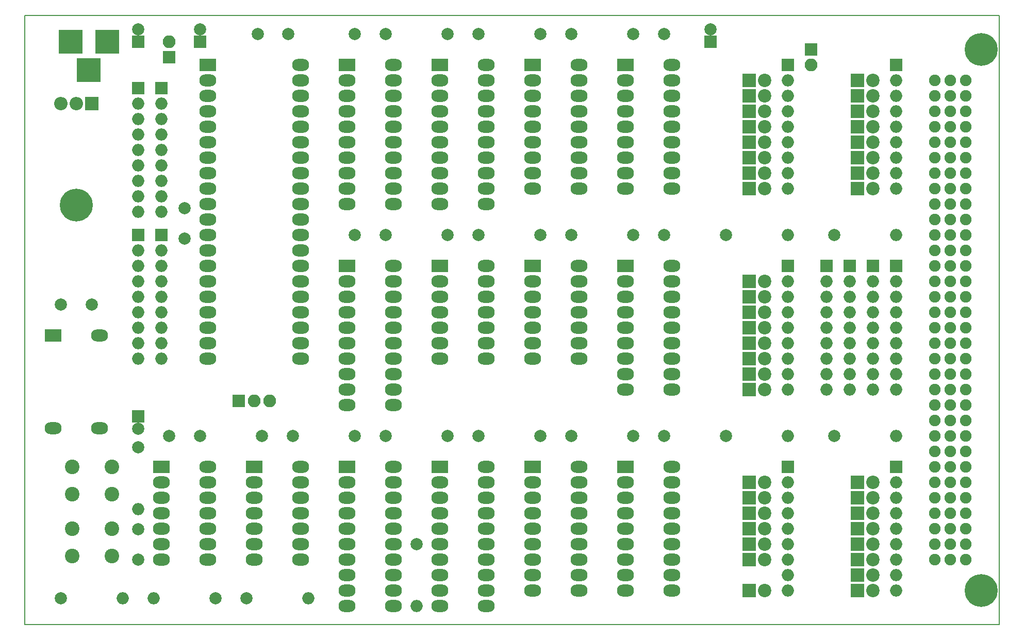
<source format=gbr>
G04 #@! TF.FileFunction,Soldermask,Bot*
%FSLAX46Y46*%
G04 Gerber Fmt 4.6, Leading zero omitted, Abs format (unit mm)*
G04 Created by KiCad (PCBNEW 4.0.7) date Sat Mar 24 13:18:22 2018*
%MOMM*%
%LPD*%
G01*
G04 APERTURE LIST*
%ADD10C,0.100000*%
%ADD11C,0.150000*%
%ADD12R,2.800000X2.000000*%
%ADD13O,2.800000X2.000000*%
%ADD14C,2.400000*%
%ADD15C,2.000000*%
%ADD16R,2.000000X2.000000*%
%ADD17R,2.200000X2.200000*%
%ADD18C,2.200000*%
%ADD19R,3.900000X3.900000*%
%ADD20C,1.901140*%
%ADD21C,5.400000*%
%ADD22O,2.000000X2.000000*%
%ADD23R,2.100000X2.100000*%
%ADD24O,2.100000X2.100000*%
%ADD25O,2.200000X2.200000*%
G04 APERTURE END LIST*
D10*
D11*
X0Y-100000000D02*
X0Y0D01*
X160000000Y-100000000D02*
X0Y-100000000D01*
X160000000Y0D02*
X160000000Y-100000000D01*
X0Y0D02*
X160000000Y0D01*
D12*
X52860000Y-74130000D03*
D13*
X60480000Y-96990000D03*
X52860000Y-76670000D03*
X60480000Y-94450000D03*
X52860000Y-79210000D03*
X60480000Y-91910000D03*
X52860000Y-81750000D03*
X60480000Y-89370000D03*
X52860000Y-84290000D03*
X60480000Y-86830000D03*
X52860000Y-86830000D03*
X60480000Y-84290000D03*
X52860000Y-89370000D03*
X60480000Y-81750000D03*
X52860000Y-91910000D03*
X60480000Y-79210000D03*
X52860000Y-94450000D03*
X60480000Y-76670000D03*
X52860000Y-96990000D03*
X60480000Y-74130000D03*
D14*
X7775000Y-88790000D03*
X7775000Y-84290000D03*
X14275000Y-88790000D03*
X14275000Y-84290000D03*
D12*
X4600000Y-52540000D03*
D13*
X12220000Y-67780000D03*
X4600000Y-67780000D03*
X12220000Y-52540000D03*
D15*
X104930000Y-69050000D03*
X99930000Y-69050000D03*
X89690000Y-69050000D03*
X84690000Y-69050000D03*
X74450000Y-36030000D03*
X69450000Y-36030000D03*
X89690000Y-3010000D03*
X84690000Y-3010000D03*
X104930000Y-3010000D03*
X99930000Y-3010000D03*
X104930000Y-36030000D03*
X99930000Y-36030000D03*
X89690000Y-36030000D03*
X84690000Y-36030000D03*
D16*
X18570000Y-4280000D03*
D15*
X18570000Y-2280000D03*
D16*
X28730000Y-4280000D03*
D15*
X28730000Y-2280000D03*
X38255000Y-3010000D03*
X43255000Y-3010000D03*
X26190000Y-36665000D03*
X26190000Y-31665000D03*
X59210000Y-69050000D03*
X54210000Y-69050000D03*
D16*
X18570000Y-65875000D03*
D15*
X18570000Y-67875000D03*
X43970000Y-69050000D03*
X38970000Y-69050000D03*
X18570000Y-89370000D03*
X18570000Y-84370000D03*
X74450000Y-69050000D03*
X69450000Y-69050000D03*
X59210000Y-3010000D03*
X54210000Y-3010000D03*
X74450000Y-3010000D03*
X69450000Y-3010000D03*
X59210000Y-36030000D03*
X54210000Y-36030000D03*
X10950000Y-47460000D03*
X5950000Y-47460000D03*
X28730000Y-69050000D03*
X23730000Y-69050000D03*
D17*
X136680000Y-76670000D03*
D18*
X139220000Y-76670000D03*
D17*
X136680000Y-79210000D03*
D18*
X139220000Y-79210000D03*
D17*
X136680000Y-81750000D03*
D18*
X139220000Y-81750000D03*
D17*
X136680000Y-84290000D03*
D18*
X139220000Y-84290000D03*
D17*
X136680000Y-86830000D03*
D18*
X139220000Y-86830000D03*
D17*
X136680000Y-89370000D03*
D18*
X139220000Y-89370000D03*
D17*
X136680000Y-91910000D03*
D18*
X139220000Y-91910000D03*
D17*
X136680000Y-94450000D03*
D18*
X139220000Y-94450000D03*
D17*
X118900000Y-76670000D03*
D18*
X121440000Y-76670000D03*
D17*
X118900000Y-79210000D03*
D18*
X121440000Y-79210000D03*
D17*
X118900000Y-81750000D03*
D18*
X121440000Y-81750000D03*
D17*
X118900000Y-84290000D03*
D18*
X121440000Y-84290000D03*
D17*
X118900000Y-86830000D03*
D18*
X121440000Y-86830000D03*
D17*
X118900000Y-89370000D03*
D18*
X121440000Y-89370000D03*
D17*
X118900000Y-10630000D03*
D18*
X121440000Y-10630000D03*
D17*
X118900000Y-13170000D03*
D18*
X121440000Y-13170000D03*
D17*
X118900000Y-15710000D03*
D18*
X121440000Y-15710000D03*
D17*
X118900000Y-18250000D03*
D18*
X121440000Y-18250000D03*
D17*
X118900000Y-20790000D03*
D18*
X121440000Y-20790000D03*
D17*
X118900000Y-23330000D03*
D18*
X121440000Y-23330000D03*
D17*
X118900000Y-25870000D03*
D18*
X121440000Y-25870000D03*
D17*
X118900000Y-28410000D03*
D18*
X121440000Y-28410000D03*
D17*
X136680000Y-10630000D03*
D18*
X139220000Y-10630000D03*
D17*
X136680000Y-13170000D03*
D18*
X139220000Y-13170000D03*
D17*
X136680000Y-15710000D03*
D18*
X139220000Y-15710000D03*
D17*
X136680000Y-18250000D03*
D18*
X139220000Y-18250000D03*
D17*
X136680000Y-20790000D03*
D18*
X139220000Y-20790000D03*
D17*
X136680000Y-23330000D03*
D18*
X139220000Y-23330000D03*
D17*
X136680000Y-25870000D03*
D18*
X139220000Y-25870000D03*
D17*
X136680000Y-28410000D03*
D18*
X139220000Y-28410000D03*
D17*
X118900000Y-43650000D03*
D18*
X121440000Y-43650000D03*
D17*
X118900000Y-46190000D03*
D18*
X121440000Y-46190000D03*
D17*
X118900000Y-48730000D03*
D18*
X121440000Y-48730000D03*
D17*
X118900000Y-51270000D03*
D18*
X121440000Y-51270000D03*
D17*
X118900000Y-53810000D03*
D18*
X121440000Y-53810000D03*
D17*
X118900000Y-56350000D03*
D18*
X121440000Y-56350000D03*
D17*
X118900000Y-58890000D03*
D18*
X121440000Y-58890000D03*
D17*
X118900000Y-61430000D03*
D18*
X121440000Y-61430000D03*
D19*
X13490000Y-4280000D03*
X7490000Y-4280000D03*
X10490000Y-8980000D03*
D20*
X154460000Y-10630000D03*
X154460000Y-13170000D03*
X154460000Y-18250000D03*
X154460000Y-15710000D03*
X154460000Y-20790000D03*
X154460000Y-23330000D03*
X154460000Y-25870000D03*
X154460000Y-28410000D03*
X154460000Y-30950000D03*
X154460000Y-33490000D03*
X154460000Y-36030000D03*
X154460000Y-38570000D03*
X154460000Y-41110000D03*
X154460000Y-43650000D03*
X154460000Y-46190000D03*
X154460000Y-48730000D03*
X154460000Y-51270000D03*
X154460000Y-53810000D03*
X154460000Y-56350000D03*
X154460000Y-58890000D03*
X154460000Y-61430000D03*
X154460000Y-63970000D03*
X154460000Y-66510000D03*
X154460000Y-69050000D03*
X154460000Y-71590000D03*
X154460000Y-74130000D03*
X154460000Y-76670000D03*
X154460000Y-79210000D03*
X154460000Y-81750000D03*
X154460000Y-84290000D03*
X154460000Y-86830000D03*
X154460000Y-89370000D03*
X151920000Y-89370000D03*
X151920000Y-86830000D03*
X151920000Y-84290000D03*
X151920000Y-81750000D03*
X151920000Y-79210000D03*
X151920000Y-76670000D03*
X151920000Y-74130000D03*
X151920000Y-71590000D03*
X151920000Y-69050000D03*
X151920000Y-66510000D03*
X151920000Y-63970000D03*
X151920000Y-61430000D03*
X151920000Y-58890000D03*
X151920000Y-56350000D03*
X151920000Y-53810000D03*
X151920000Y-51270000D03*
X151920000Y-48730000D03*
X151920000Y-46190000D03*
X151920000Y-43650000D03*
X151920000Y-41110000D03*
X151920000Y-38570000D03*
X151920000Y-36030000D03*
X151920000Y-33490000D03*
X151920000Y-30950000D03*
X151920000Y-28410000D03*
X151920000Y-25870000D03*
X151920000Y-23330000D03*
X151920000Y-20790000D03*
X151920000Y-15710000D03*
X151920000Y-18250000D03*
X151920000Y-13170000D03*
X151920000Y-10630000D03*
X149380000Y-10630000D03*
X149380000Y-13170000D03*
X149380000Y-18250000D03*
X149380000Y-15710000D03*
X149380000Y-20790000D03*
X149380000Y-23330000D03*
X149380000Y-25870000D03*
X149380000Y-28410000D03*
X149380000Y-30950000D03*
X149380000Y-33490000D03*
X149380000Y-36030000D03*
X149380000Y-38570000D03*
X149380000Y-41110000D03*
X149380000Y-43650000D03*
X149380000Y-46190000D03*
X149380000Y-48730000D03*
X149380000Y-51270000D03*
X149380000Y-53810000D03*
X149380000Y-56350000D03*
X149380000Y-58890000D03*
X149380000Y-61430000D03*
X149380000Y-63970000D03*
X149380000Y-66510000D03*
X149380000Y-69050000D03*
X149380000Y-71590000D03*
X149380000Y-74130000D03*
X149380000Y-76670000D03*
X149380000Y-79210000D03*
X149380000Y-81750000D03*
X149380000Y-84290000D03*
X149380000Y-86830000D03*
X149380000Y-89370000D03*
D21*
X157000000Y-94450000D03*
X157000000Y-5550000D03*
D15*
X115090000Y-36030000D03*
D22*
X125250000Y-36030000D03*
D15*
X132870000Y-69050000D03*
D22*
X143030000Y-69050000D03*
D15*
X115090000Y-69050000D03*
D22*
X125250000Y-69050000D03*
D15*
X132870000Y-36030000D03*
D22*
X143030000Y-36030000D03*
D15*
X18570000Y-70955000D03*
D22*
X18570000Y-81115000D03*
D15*
X31270000Y-95720000D03*
D22*
X21110000Y-95720000D03*
D15*
X36350000Y-95720000D03*
D22*
X46510000Y-95720000D03*
D15*
X5870000Y-95720000D03*
D22*
X16030000Y-95720000D03*
D14*
X7775000Y-78630000D03*
X7775000Y-74130000D03*
X14275000Y-78630000D03*
X14275000Y-74130000D03*
D12*
X83340000Y-41110000D03*
D13*
X90960000Y-56350000D03*
X83340000Y-43650000D03*
X90960000Y-53810000D03*
X83340000Y-46190000D03*
X90960000Y-51270000D03*
X83340000Y-48730000D03*
X90960000Y-48730000D03*
X83340000Y-51270000D03*
X90960000Y-46190000D03*
X83340000Y-53810000D03*
X90960000Y-43650000D03*
X83340000Y-56350000D03*
X90960000Y-41110000D03*
D12*
X98580000Y-74130000D03*
D13*
X106200000Y-94450000D03*
X98580000Y-76670000D03*
X106200000Y-91910000D03*
X98580000Y-79210000D03*
X106200000Y-89370000D03*
X98580000Y-81750000D03*
X106200000Y-86830000D03*
X98580000Y-84290000D03*
X106200000Y-84290000D03*
X98580000Y-86830000D03*
X106200000Y-81750000D03*
X98580000Y-89370000D03*
X106200000Y-79210000D03*
X98580000Y-91910000D03*
X106200000Y-76670000D03*
X98580000Y-94450000D03*
X106200000Y-74130000D03*
D12*
X68100000Y-41110000D03*
D13*
X75720000Y-56350000D03*
X68100000Y-43650000D03*
X75720000Y-53810000D03*
X68100000Y-46190000D03*
X75720000Y-51270000D03*
X68100000Y-48730000D03*
X75720000Y-48730000D03*
X68100000Y-51270000D03*
X75720000Y-46190000D03*
X68100000Y-53810000D03*
X75720000Y-43650000D03*
X68100000Y-56350000D03*
X75720000Y-41110000D03*
D12*
X83340000Y-74130000D03*
D13*
X90960000Y-94450000D03*
X83340000Y-76670000D03*
X90960000Y-91910000D03*
X83340000Y-79210000D03*
X90960000Y-89370000D03*
X83340000Y-81750000D03*
X90960000Y-86830000D03*
X83340000Y-84290000D03*
X90960000Y-84290000D03*
X83340000Y-86830000D03*
X90960000Y-81750000D03*
X83340000Y-89370000D03*
X90960000Y-79210000D03*
X83340000Y-91910000D03*
X90960000Y-76670000D03*
X83340000Y-94450000D03*
X90960000Y-74130000D03*
D12*
X83340000Y-8090000D03*
D13*
X90960000Y-28410000D03*
X83340000Y-10630000D03*
X90960000Y-25870000D03*
X83340000Y-13170000D03*
X90960000Y-23330000D03*
X83340000Y-15710000D03*
X90960000Y-20790000D03*
X83340000Y-18250000D03*
X90960000Y-18250000D03*
X83340000Y-20790000D03*
X90960000Y-15710000D03*
X83340000Y-23330000D03*
X90960000Y-13170000D03*
X83340000Y-25870000D03*
X90960000Y-10630000D03*
X83340000Y-28410000D03*
X90960000Y-8090000D03*
D12*
X98580000Y-8090000D03*
D13*
X106200000Y-28410000D03*
X98580000Y-10630000D03*
X106200000Y-25870000D03*
X98580000Y-13170000D03*
X106200000Y-23330000D03*
X98580000Y-15710000D03*
X106200000Y-20790000D03*
X98580000Y-18250000D03*
X106200000Y-18250000D03*
X98580000Y-20790000D03*
X106200000Y-15710000D03*
X98580000Y-23330000D03*
X106200000Y-13170000D03*
X98580000Y-25870000D03*
X106200000Y-10630000D03*
X98580000Y-28410000D03*
X106200000Y-8090000D03*
D12*
X98580000Y-41110000D03*
D13*
X106200000Y-61430000D03*
X98580000Y-43650000D03*
X106200000Y-58890000D03*
X98580000Y-46190000D03*
X106200000Y-56350000D03*
X98580000Y-48730000D03*
X106200000Y-53810000D03*
X98580000Y-51270000D03*
X106200000Y-51270000D03*
X98580000Y-53810000D03*
X106200000Y-48730000D03*
X98580000Y-56350000D03*
X106200000Y-46190000D03*
X98580000Y-58890000D03*
X106200000Y-43650000D03*
X98580000Y-61430000D03*
X106200000Y-41110000D03*
D12*
X37620000Y-74130000D03*
D13*
X45240000Y-89370000D03*
X37620000Y-76670000D03*
X45240000Y-86830000D03*
X37620000Y-79210000D03*
X45240000Y-84290000D03*
X37620000Y-81750000D03*
X45240000Y-81750000D03*
X37620000Y-84290000D03*
X45240000Y-79210000D03*
X37620000Y-86830000D03*
X45240000Y-76670000D03*
X37620000Y-89370000D03*
X45240000Y-74130000D03*
D12*
X68100000Y-74130000D03*
D13*
X75720000Y-96990000D03*
X68100000Y-76670000D03*
X75720000Y-94450000D03*
X68100000Y-79210000D03*
X75720000Y-91910000D03*
X68100000Y-81750000D03*
X75720000Y-89370000D03*
X68100000Y-84290000D03*
X75720000Y-86830000D03*
X68100000Y-86830000D03*
X75720000Y-84290000D03*
X68100000Y-89370000D03*
X75720000Y-81750000D03*
X68100000Y-91910000D03*
X75720000Y-79210000D03*
X68100000Y-94450000D03*
X75720000Y-76670000D03*
X68100000Y-96990000D03*
X75720000Y-74130000D03*
D12*
X52860000Y-8090000D03*
D13*
X60480000Y-30950000D03*
X52860000Y-10630000D03*
X60480000Y-28410000D03*
X52860000Y-13170000D03*
X60480000Y-25870000D03*
X52860000Y-15710000D03*
X60480000Y-23330000D03*
X52860000Y-18250000D03*
X60480000Y-20790000D03*
X52860000Y-20790000D03*
X60480000Y-18250000D03*
X52860000Y-23330000D03*
X60480000Y-15710000D03*
X52860000Y-25870000D03*
X60480000Y-13170000D03*
X52860000Y-28410000D03*
X60480000Y-10630000D03*
X52860000Y-30950000D03*
X60480000Y-8090000D03*
D12*
X68100000Y-8090000D03*
D13*
X75720000Y-30950000D03*
X68100000Y-10630000D03*
X75720000Y-28410000D03*
X68100000Y-13170000D03*
X75720000Y-25870000D03*
X68100000Y-15710000D03*
X75720000Y-23330000D03*
X68100000Y-18250000D03*
X75720000Y-20790000D03*
X68100000Y-20790000D03*
X75720000Y-18250000D03*
X68100000Y-23330000D03*
X75720000Y-15710000D03*
X68100000Y-25870000D03*
X75720000Y-13170000D03*
X68100000Y-28410000D03*
X75720000Y-10630000D03*
X68100000Y-30950000D03*
X75720000Y-8090000D03*
D12*
X30000000Y-8090000D03*
D13*
X45240000Y-56350000D03*
X30000000Y-10630000D03*
X45240000Y-53810000D03*
X30000000Y-13170000D03*
X45240000Y-51270000D03*
X30000000Y-15710000D03*
X45240000Y-48730000D03*
X30000000Y-18250000D03*
X45240000Y-46190000D03*
X30000000Y-20790000D03*
X45240000Y-43650000D03*
X30000000Y-23330000D03*
X45240000Y-41110000D03*
X30000000Y-25870000D03*
X45240000Y-38570000D03*
X30000000Y-28410000D03*
X45240000Y-36030000D03*
X30000000Y-30950000D03*
X45240000Y-33490000D03*
X30000000Y-33490000D03*
X45240000Y-30950000D03*
X30000000Y-36030000D03*
X45240000Y-28410000D03*
X30000000Y-38570000D03*
X45240000Y-25870000D03*
X30000000Y-41110000D03*
X45240000Y-23330000D03*
X30000000Y-43650000D03*
X45240000Y-20790000D03*
X30000000Y-46190000D03*
X45240000Y-18250000D03*
X30000000Y-48730000D03*
X45240000Y-15710000D03*
X30000000Y-51270000D03*
X45240000Y-13170000D03*
X30000000Y-53810000D03*
X45240000Y-10630000D03*
X30000000Y-56350000D03*
X45240000Y-8090000D03*
D12*
X52860000Y-41110000D03*
D13*
X60480000Y-63970000D03*
X52860000Y-43650000D03*
X60480000Y-61430000D03*
X52860000Y-46190000D03*
X60480000Y-58890000D03*
X52860000Y-48730000D03*
X60480000Y-56350000D03*
X52860000Y-51270000D03*
X60480000Y-53810000D03*
X52860000Y-53810000D03*
X60480000Y-51270000D03*
X52860000Y-56350000D03*
X60480000Y-48730000D03*
X52860000Y-58890000D03*
X60480000Y-46190000D03*
X52860000Y-61430000D03*
X60480000Y-43650000D03*
X52860000Y-63970000D03*
X60480000Y-41110000D03*
D12*
X22380000Y-74130000D03*
D13*
X30000000Y-89370000D03*
X22380000Y-76670000D03*
X30000000Y-86830000D03*
X22380000Y-79210000D03*
X30000000Y-84290000D03*
X22380000Y-81750000D03*
X30000000Y-81750000D03*
X22380000Y-84290000D03*
X30000000Y-79210000D03*
X22380000Y-86830000D03*
X30000000Y-76670000D03*
X22380000Y-89370000D03*
X30000000Y-74130000D03*
D23*
X35080000Y-63335000D03*
D24*
X37620000Y-63335000D03*
X40160000Y-63335000D03*
D16*
X143030000Y-74130000D03*
D22*
X143030000Y-76670000D03*
X143030000Y-79210000D03*
X143030000Y-81750000D03*
X143030000Y-84290000D03*
X143030000Y-86830000D03*
X143030000Y-89370000D03*
X143030000Y-91910000D03*
X143030000Y-94450000D03*
D16*
X125250000Y-74130000D03*
D22*
X125250000Y-76670000D03*
X125250000Y-79210000D03*
X125250000Y-81750000D03*
X125250000Y-84290000D03*
X125250000Y-86830000D03*
X125250000Y-89370000D03*
X125250000Y-91910000D03*
X125250000Y-94450000D03*
D16*
X125250000Y-8090000D03*
D22*
X125250000Y-10630000D03*
X125250000Y-13170000D03*
X125250000Y-15710000D03*
X125250000Y-18250000D03*
X125250000Y-20790000D03*
X125250000Y-23330000D03*
X125250000Y-25870000D03*
X125250000Y-28410000D03*
D16*
X143030000Y-8090000D03*
D22*
X143030000Y-10630000D03*
X143030000Y-13170000D03*
X143030000Y-15710000D03*
X143030000Y-18250000D03*
X143030000Y-20790000D03*
X143030000Y-23330000D03*
X143030000Y-25870000D03*
X143030000Y-28410000D03*
D16*
X125250000Y-41110000D03*
D22*
X125250000Y-43650000D03*
X125250000Y-46190000D03*
X125250000Y-48730000D03*
X125250000Y-51270000D03*
X125250000Y-53810000D03*
X125250000Y-56350000D03*
X125250000Y-58890000D03*
X125250000Y-61430000D03*
D16*
X139220000Y-41110000D03*
D22*
X139220000Y-43650000D03*
X139220000Y-46190000D03*
X139220000Y-48730000D03*
X139220000Y-51270000D03*
X139220000Y-53810000D03*
X139220000Y-56350000D03*
X139220000Y-58890000D03*
X139220000Y-61430000D03*
D16*
X131600000Y-41110000D03*
D22*
X131600000Y-43650000D03*
X131600000Y-46190000D03*
X131600000Y-48730000D03*
X131600000Y-51270000D03*
X131600000Y-53810000D03*
X131600000Y-56350000D03*
X131600000Y-58890000D03*
X131600000Y-61430000D03*
D16*
X135410000Y-41110000D03*
D22*
X135410000Y-43650000D03*
X135410000Y-46190000D03*
X135410000Y-48730000D03*
X135410000Y-51270000D03*
X135410000Y-53810000D03*
X135410000Y-56350000D03*
X135410000Y-58890000D03*
X135410000Y-61430000D03*
D16*
X143030000Y-41110000D03*
D22*
X143030000Y-43650000D03*
X143030000Y-46190000D03*
X143030000Y-48730000D03*
X143030000Y-51270000D03*
X143030000Y-53810000D03*
X143030000Y-56350000D03*
X143030000Y-58890000D03*
X143030000Y-61430000D03*
D23*
X23650000Y-6820000D03*
D24*
X23650000Y-4280000D03*
D17*
X118900000Y-94450000D03*
D18*
X121440000Y-94450000D03*
D16*
X112550000Y-4280000D03*
D15*
X112550000Y-2280000D03*
D16*
X18570000Y-11900000D03*
D22*
X18570000Y-14440000D03*
X18570000Y-16980000D03*
X18570000Y-19520000D03*
X18570000Y-22060000D03*
X18570000Y-24600000D03*
X18570000Y-27140000D03*
X18570000Y-29680000D03*
X18570000Y-32220000D03*
D16*
X22380000Y-11900000D03*
D22*
X22380000Y-14440000D03*
X22380000Y-16980000D03*
X22380000Y-19520000D03*
X22380000Y-22060000D03*
X22380000Y-24600000D03*
X22380000Y-27140000D03*
X22380000Y-29680000D03*
X22380000Y-32220000D03*
D16*
X18570000Y-36030000D03*
D22*
X18570000Y-38570000D03*
X18570000Y-41110000D03*
X18570000Y-43650000D03*
X18570000Y-46190000D03*
X18570000Y-48730000D03*
X18570000Y-51270000D03*
X18570000Y-53810000D03*
X18570000Y-56350000D03*
D16*
X22380000Y-36030000D03*
D22*
X22380000Y-38570000D03*
X22380000Y-41110000D03*
X22380000Y-43650000D03*
X22380000Y-46190000D03*
X22380000Y-48730000D03*
X22380000Y-51270000D03*
X22380000Y-53810000D03*
X22380000Y-56350000D03*
D21*
X8410000Y-31100000D03*
D17*
X10950000Y-14440000D03*
D25*
X8410000Y-14440000D03*
X5870000Y-14440000D03*
D23*
X129060000Y-5550000D03*
D24*
X129060000Y-8090000D03*
D15*
X64290000Y-86830000D03*
D22*
X64290000Y-96990000D03*
M02*

</source>
